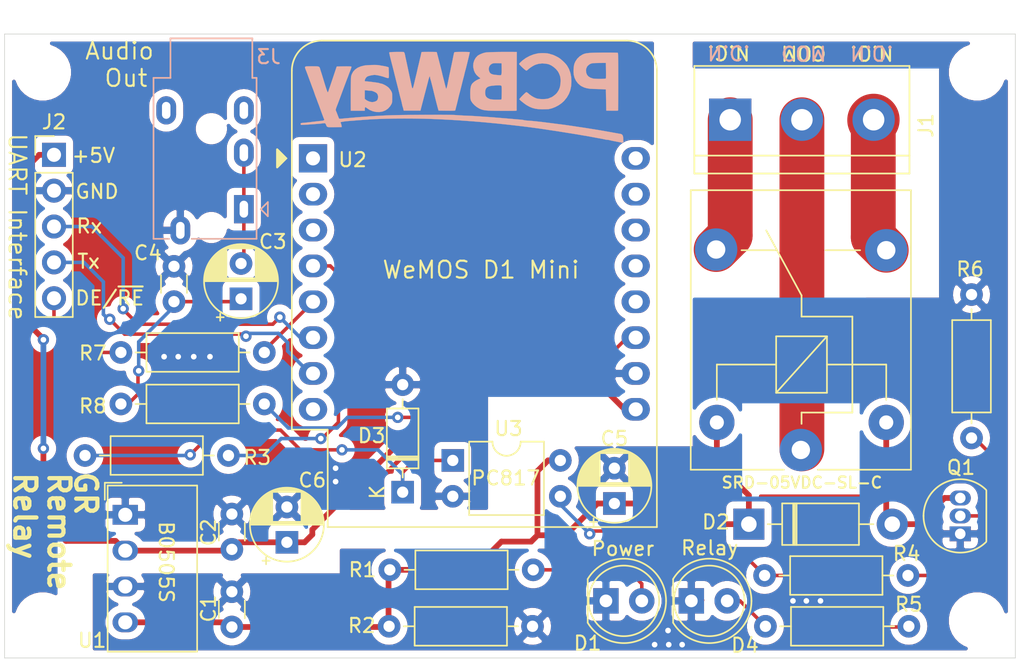
<source format=kicad_pcb>
(kicad_pcb (version 20171130) (host pcbnew "(5.1.2-1)-1")
  (layers (0 F.Cu signal) (31 B.Cu signal) (34 B.Paste user hide) (35 F.Paste user hide) (36 B.SilkS user) (37 F.SilkS user) (38 B.Mask user) (39 F.Mask user) (44 Edge.Cuts user))
  (net 0 "")
  (net 1 GNDREF)
  (net 2 "Net-(D1-Pad2)")
  (net 3 "Net-(D4-Pad2)")
  (net 4 +5VD)
  (net 5 GND)
  (net 6 +5V)
  (net 7 "Net-(D3-Pad1)")
  (net 8 "Net-(J1-Pad1)")
  (net 9 "Net-(J1-Pad2)")
  (net 10 "Net-(U2-Pad1)")
  (net 11 "Net-(U2-Pad13)")
  (net 12 "Net-(Q1-Pad2)")
  (net 13 "Net-(C3-Pad1)")
  (net 14 "Net-(D2-Pad2)")
  (net 15 "Net-(J1-Pad3)")
  (net 16 +3V3)
  (net 17 /TxD)
  (net 18 /RxD)
  (net 19 "Net-(J2-Pad5)")
  (net 20 "Net-(J3-PadR2)")
  (net 21 /Relay_Ctrl)
  (net 22 /Relay)
  (net 23 /DE_~RE)
  (net 24 /Audio_Out)
  (net 25 "Net-(U2-Pad2)")
  (net 26 "Net-(U2-Pad3)")
  (net 27 "Net-(U2-Pad12)")
  (net 28 "Net-(U2-Pad14)")
  (net 29 "Net-(U2-Pad15)")
  (net 30 "Net-(U2-Pad16)")
  (net 31 "Net-(C3-Pad2)")
  (module "_Custom_Footprints:pcb way logo" (layer B.Cu) (at 92.4 39.7 180)
    (fp_text reference G*** hide)
    (fp_text value LOGO hide)
  )
  (module Capacitor_THT:C_Disc_D3.0mm_W1.6mm_P2.50mm (layer F.Cu) (at 76.1 71.05 90)
    (fp_text reference C2 (at 1.2 -1.65 90) (layer F.SilkS))
    (fp_text value 100nF)
    (pad 2 thru_hole circle (at 2.5 0 90) (size 1.6 1.6) (drill 0.8) (layers *.Cu *.Mask) (net 1 GNDREF))
    (pad 1 thru_hole circle (at 0 0 90) (size 1.6 1.6) (drill 0.8) (layers *.Cu *.Mask) (net 4 +5VD))
  )
  (module Capacitor_THT:C_Disc_D3.0mm_W1.6mm_P2.50mm (layer F.Cu) (at 76.1 76.55 90)
    (fp_text reference C1 (at 1.3 -1.65 270) (layer F.SilkS))
    (fp_text value 100nF)
    (pad 2 thru_hole circle (at 2.5 0 90) (size 1.6 1.6) (drill 0.8) (layers *.Cu *.Mask) (net 5 GND))
    (pad 1 thru_hole circle (at 0 0 90) (size 1.6 1.6) (drill 0.8) (layers *.Cu *.Mask) (net 6 +5V))
  )
  (module Diode_THT:D_DO-35_SOD27_P7.62mm_Horizontal (layer F.Cu) (at 88.2 67 90)
    (fp_text reference D3 (at 4 -2.2) (layer F.SilkS))
    (fp_text value 1N4148)
    (fp_text user K (at 0 -1.8 90) (layer F.SilkS))
    (pad 2 thru_hole oval (at 7.62 0 90) (size 1.6 1.6) (drill 0.8) (layers *.Cu *.Mask) (net 1 GNDREF))
    (pad 1 thru_hole rect (at 0 0 90) (size 1.6 1.6) (drill 0.8) (layers *.Cu *.Mask) (net 7 "Net-(D3-Pad1)"))
  )
  (module Converter_DCDC:Converter_DCDC_muRata_CRE1xxxxxx3C_THT (layer F.Cu) (at 68.55 68.6)
    (fp_text reference U1 (at -2.35 8.9) (layer F.SilkS))
    (fp_text value B0505S)
    (pad 4 thru_hole oval (at 0 7.62 270) (size 1.4 1.8) (drill 1) (layers *.Cu *.Mask) (net 6 +5V))
    (pad 3 thru_hole oval (at 0 5.08 270) (size 1.4 1.8) (drill 1) (layers *.Cu *.Mask) (net 5 GND))
    (pad 2 thru_hole oval (at 0 2.54 270) (size 1.4 1.8) (drill 1) (layers *.Cu *.Mask) (net 4 +5VD))
    (pad 1 thru_hole rect (at 0 0 270) (size 1.4 1.8) (drill 1) (layers *.Cu *.Mask) (net 1 GNDREF))
  )
  (module Package_DIP:DIP-4_W7.62mm (layer F.Cu) (at 91.75 64.75)
    (fp_text reference U3 (at 3.95 -2.25) (layer F.SilkS))
    (fp_text value PC817)
    (pad 1 thru_hole rect (at 0 0) (size 1.6 1.6) (drill 0.8) (layers *.Cu *.Mask) (net 7 "Net-(D3-Pad1)"))
    (pad 3 thru_hole oval (at 7.62 2.54) (size 1.6 1.6) (drill 0.8) (layers *.Cu *.Mask) (net 22 /Relay))
    (pad 2 thru_hole oval (at 0 2.54) (size 1.6 1.6) (drill 0.8) (layers *.Cu *.Mask) (net 1 GNDREF))
    (pad 4 thru_hole oval (at 7.62 0) (size 1.6 1.6) (drill 0.8) (layers *.Cu *.Mask) (net 6 +5V))
  )
  (module Relay_THT:Relay_SPDT_SANYOU_SRD_Series_Form_C (layer F.Cu) (at 116.4082 64.008 90)
    (fp_text reference K1 hide)
    (fp_text value SRD-05VDC-SL-C)
    (pad 2 thru_hole circle (at 1.95 6.05 180) (size 2.5 2.5) (drill 1) (layers *.Cu *.Mask) (net 14 "Net-(D2-Pad2)"))
    (pad 3 thru_hole circle (at 14.15 6.05 180) (size 3 3) (drill 1.3) (layers *.Cu *.Mask) (net 15 "Net-(J1-Pad3)"))
    (pad 4 thru_hole circle (at 14.2 -6 180) (size 3 3) (drill 1.3) (layers *.Cu *.Mask) (net 8 "Net-(J1-Pad1)"))
    (pad 5 thru_hole circle (at 1.95 -5.95 180) (size 2.5 2.5) (drill 1) (layers *.Cu *.Mask) (net 6 +5V))
    (pad 1 thru_hole circle (at 0 0 180) (size 3 3) (drill 1.3) (layers *.Cu *.Mask) (net 9 "Net-(J1-Pad2)"))
  )
  (module Diode_THT:D_DO-41_SOD81_P10.16mm_Horizontal (layer F.Cu) (at 112.7252 69.2658)
    (fp_text reference D2 (at -2.3368 -0.1524 180) (layer F.SilkS))
    (fp_text value 1N4001)
    (pad 1 thru_hole rect (at 0 0) (size 2.2 2.2) (drill 1.1) (layers *.Cu *.Mask) (net 6 +5V))
    (pad 2 thru_hole oval (at 10.16 0) (size 2.2 2.2) (drill 1.1) (layers *.Cu *.Mask) (net 14 "Net-(D2-Pad2)"))
  )
  (module TerminalBlock:TerminalBlock_bornier-3_P5.08mm (layer F.Cu) (at 111.4044 40.6146)
    (fp_text reference J1 (at 13.8684 0.4064 90) (layer F.SilkS))
    (fp_text value Screw_Terminal_01x03)
    (pad 1 thru_hole rect (at 0 0) (size 3 3) (drill 1.52) (layers *.Cu *.Mask) (net 8 "Net-(J1-Pad1)"))
    (pad 2 thru_hole circle (at 5.08 0) (size 3 3) (drill 1.52) (layers *.Cu *.Mask) (net 9 "Net-(J1-Pad2)"))
    (pad 3 thru_hole circle (at 10.16 0) (size 3 3) (drill 1.52) (layers *.Cu *.Mask) (net 15 "Net-(J1-Pad3)"))
  )
  (module Package_TO_SOT_THT:TO-92_Inline (layer F.Cu) (at 127.7 69.95 90)
    (fp_text reference Q1 (at 4.7 0.05 180) (layer F.SilkS))
    (fp_text value 2N3904)
    (pad 2 thru_hole oval (at 1.27 0 90) (size 1.05 1.5) (drill 0.75) (layers *.Cu *.Mask) (net 12 "Net-(Q1-Pad2)"))
    (pad 3 thru_hole oval (at 2.54 0 90) (size 1.05 1.5) (drill 0.75) (layers *.Cu *.Mask) (net 14 "Net-(D2-Pad2)"))
    (pad 1 thru_hole rect (at 0 0 90) (size 1.05 1.5) (drill 0.75) (layers *.Cu *.Mask) (net 5 GND))
  )
  (module Capacitor_THT:C_Disc_D3.0mm_W1.6mm_P2.50mm (layer F.Cu) (at 72 53.5 90)
    (fp_text reference C4 (at 3.45 -1.85 180) (layer F.SilkS))
    (fp_text value 10nF)
    (pad 2 thru_hole circle (at 2.5 0 90) (size 1.6 1.6) (drill 0.8) (layers *.Cu *.Mask) (net 1 GNDREF))
    (pad 1 thru_hole circle (at 0 0 90) (size 1.6 1.6) (drill 0.8) (layers *.Cu *.Mask) (net 13 "Net-(C3-Pad1)"))
  )
  (module Capacitor_THT:CP_Radial_D5.0mm_P2.50mm (layer F.Cu) (at 76.75 53.3 90)
    (fp_text reference C3 (at 4.05 2.25 180) (layer F.SilkS))
    (fp_text value 10uF)
    (pad 1 thru_hole rect (at 0 0 90) (size 1.6 1.6) (drill 0.8) (layers *.Cu *.Mask) (net 13 "Net-(C3-Pad1)"))
    (pad 2 thru_hole circle (at 2.5 0 90) (size 1.6 1.6) (drill 0.8) (layers *.Cu *.Mask) (net 31 "Net-(C3-Pad2)"))
  )
  (module LED_THT:LED_D5.0mm (layer F.Cu) (at 102.6 74.7)
    (fp_text reference D1 (at -1.3 3) (layer F.SilkS))
    (fp_text value LED_Small_ALT)
    (pad 1 thru_hole rect (at 0 0) (size 1.8 1.8) (drill 0.9) (layers *.Cu *.Mask) (net 5 GND))
    (pad 2 thru_hole circle (at 2.54 0) (size 1.8 1.8) (drill 0.9) (layers *.Cu *.Mask) (net 2 "Net-(D1-Pad2)"))
  )
  (module LED_THT:LED_D5.0mm (layer F.Cu) (at 108.65 74.7)
    (fp_text reference D4 (at 3.8 3.15) (layer F.SilkS))
    (fp_text value LED_Small_ALT)
    (pad 2 thru_hole circle (at 2.54 0) (size 1.8 1.8) (drill 0.9) (layers *.Cu *.Mask) (net 3 "Net-(D4-Pad2)"))
    (pad 1 thru_hole rect (at 0 0) (size 1.8 1.8) (drill 0.9) (layers *.Cu *.Mask) (net 5 GND))
  )
  (module Connector_PinHeader_2.54mm:PinHeader_1x05_P2.54mm_Vertical (layer F.Cu) (at 63.5 43.1)
    (fp_text reference J2 (at 0 -2.33) (layer F.SilkS))
    (fp_text value Conn_01x05)
    (pad 1 thru_hole rect (at 0 0) (size 1.7 1.7) (drill 1) (layers *.Cu *.Mask) (net 4 +5VD))
    (pad 2 thru_hole oval (at 0 2.54) (size 1.7 1.7) (drill 1) (layers *.Cu *.Mask) (net 1 GNDREF))
    (pad 3 thru_hole oval (at 0 5.08) (size 1.7 1.7) (drill 1) (layers *.Cu *.Mask) (net 18 /RxD))
    (pad 4 thru_hole oval (at 0 7.62) (size 1.7 1.7) (drill 1) (layers *.Cu *.Mask) (net 17 /TxD))
    (pad 5 thru_hole oval (at 0 10.16) (size 1.7 1.7) (drill 1) (layers *.Cu *.Mask) (net 19 "Net-(J2-Pad5)"))
  )
  (module Connector_Audio:Jack_3.5mm_PJ320E_Horizontal (layer B.Cu) (at 76.95 46.95 180)
    (fp_text reference J3 (at -1.75 10.8) (layer B.SilkS) (effects (justify mirror)))
    (fp_text value "3.5mm Jack PJ320E")
    (pad "" thru_hole oval (at 5.5 7 270) (size 2 1.4) (drill oval 1.2 0.6) (layers *.Cu *.Mask))
    (pad S thru_hole oval (at 4.5 -1.5 270) (size 2 1.4) (drill oval 1.2 0.6) (layers *.Cu *.Mask) (net 1 GNDREF))
    (pad T thru_hole rect (at 0 0 270) (size 2 1.4) (drill oval 1.2 0.6) (layers *.Cu *.Mask) (net 31 "Net-(C3-Pad2)"))
    (pad R1 thru_hole oval (at 0 4 270) (size 2 1.4) (drill oval 1.2 0.6) (layers *.Cu *.Mask) (net 31 "Net-(C3-Pad2)"))
    (pad R2 thru_hole oval (at 0 7 270) (size 2 1.4) (drill oval 1.2 0.6) (layers *.Cu *.Mask) (net 20 "Net-(J3-PadR2)"))
    (pad "" np_thru_hole circle (at 2.3 5.7 270) (size 1.2 1.2) (drill 1.2) (layers *.Cu *.Mask))
    (pad "" np_thru_hole circle (at 2.3 -1.3 270) (size 1.2 1.2) (drill 1.2) (layers *.Cu *.Mask))
  )
  (module MountingHole:MountingHole_3mm (layer F.Cu) (at 63.1 37.3)
    (fp_text reference MH1 hide)
    (fp_text value MountingHole)
    (pad "" np_thru_hole circle (at -0.4 -0.05) (size 3 3) (drill 3) (layers *.Cu *.Mask))
  )
  (module MountingHole:MountingHole_3mm (layer F.Cu) (at 62.95 74.7)
    (fp_text reference MH2 hide)
    (fp_text value MountingHole)
    (pad "" np_thru_hole circle (at -0.25 1.3984) (size 3 3) (drill 3) (layers *.Cu *.Mask))
  )
  (module MountingHole:MountingHole_3mm (layer F.Cu) (at 128.9 37.25)
    (fp_text reference MH3 hide)
    (fp_text value MountingHole)
    (pad 1 np_thru_hole circle (at 0 0) (size 3 3) (drill 3) (layers *.Cu *.Mask))
  )
  (module MountingHole:MountingHole_3mm (layer F.Cu) (at 128.95 75.55)
    (fp_text reference MH4 hide)
    (fp_text value MountingHole)
    (pad "" np_thru_hole circle (at -0.05 0.5484) (size 2.999999 2.999999) (drill 2.999999) (layers *.Cu *.Mask))
  )
  (module Module:WEMOS_D1_mini_light (layer F.Cu) (at 81.85 43.35)
    (fp_text reference U2 (at 2.8 0.1) (layer F.SilkS))
    (fp_text value WeMos_D1_mini)
    (pad 2 thru_hole oval (at 0 2.54) (size 2 1.6) (drill 1) (layers *.Cu *.Mask) (net 25 "Net-(U2-Pad2)"))
    (pad 1 thru_hole rect (at 0 0) (size 2 2) (drill 1) (layers *.Cu *.Mask) (net 10 "Net-(U2-Pad1)"))
    (pad 3 thru_hole oval (at 0 5.08) (size 2 1.6) (drill 1) (layers *.Cu *.Mask) (net 26 "Net-(U2-Pad3)"))
    (pad 4 thru_hole oval (at 0 7.62) (size 2 1.6) (drill 1) (layers *.Cu *.Mask) (net 21 /Relay_Ctrl))
    (pad 5 thru_hole oval (at 0 10.16) (size 2 1.6) (drill 1) (layers *.Cu *.Mask) (net 23 /DE_~RE))
    (pad 6 thru_hole oval (at 0 12.7) (size 2 1.6) (drill 1) (layers *.Cu *.Mask) (net 18 /RxD))
    (pad 7 thru_hole oval (at 0 15.24) (size 2 1.6) (drill 1) (layers *.Cu *.Mask) (net 17 /TxD))
    (pad 8 thru_hole oval (at 0 17.78) (size 2 1.6) (drill 1) (layers *.Cu *.Mask) (net 16 +3V3))
    (pad 9 thru_hole oval (at 22.86 17.78) (size 2 1.6) (drill 1) (layers *.Cu *.Mask) (net 4 +5VD))
    (pad 10 thru_hole oval (at 22.86 15.24) (size 2 1.6) (drill 1) (layers *.Cu *.Mask) (net 1 GNDREF))
    (pad 11 thru_hole oval (at 22.86 12.7) (size 2 1.6) (drill 1) (layers *.Cu *.Mask) (net 24 /Audio_Out))
    (pad 12 thru_hole oval (at 22.86 10.16) (size 2 1.6) (drill 1) (layers *.Cu *.Mask) (net 27 "Net-(U2-Pad12)"))
    (pad 13 thru_hole oval (at 22.86 7.62) (size 2 1.6) (drill 1) (layers *.Cu *.Mask) (net 11 "Net-(U2-Pad13)"))
    (pad 14 thru_hole oval (at 22.86 5.08) (size 2 1.6) (drill 1) (layers *.Cu *.Mask) (net 28 "Net-(U2-Pad14)"))
    (pad 15 thru_hole oval (at 22.86 2.54) (size 2 1.6) (drill 1) (layers *.Cu *.Mask) (net 29 "Net-(U2-Pad15)"))
    (pad 16 thru_hole oval (at 22.86 0) (size 2 1.6) (drill 1) (layers *.Cu *.Mask) (net 30 "Net-(U2-Pad16)"))
  )
  (module Capacitor_THT:CP_Radial_D5.0mm_P2.50mm (layer F.Cu) (at 103.2 67.8 90)
    (fp_text reference C5 (at 4.6 0 180) (layer F.SilkS))
    (fp_text value 10uF)
    (pad 2 thru_hole circle (at 2.5 0 90) (size 1.6 1.6) (drill 0.8) (layers *.Cu *.Mask) (net 5 GND))
    (pad 1 thru_hole rect (at 0 0 90) (size 1.6 1.6) (drill 0.8) (layers *.Cu *.Mask) (net 6 +5V))
  )
  (module Capacitor_THT:CP_Radial_D5.0mm_P2.50mm (layer F.Cu) (at 80 70.55 90)
    (fp_text reference C6 (at 4.4 1.8 180) (layer F.SilkS))
    (fp_text value 10uF)
    (pad 1 thru_hole rect (at 0 0 90) (size 1.6 1.6) (drill 0.8) (layers *.Cu *.Mask) (net 4 +5VD))
    (pad 2 thru_hole circle (at 2.5 0 90) (size 1.6 1.6) (drill 0.8) (layers *.Cu *.Mask) (net 1 GNDREF))
  )
  (module Resistor_THT:R_Axial_DIN0207_L6.3mm_D2.5mm_P10.16mm_Horizontal (layer F.Cu) (at 97.45 72.5 180)
    (fp_text reference R1 (at 12.1 0) (layer F.SilkS))
    (fp_text value 1K)
    (pad 1 thru_hole circle (at 0 0 180) (size 1.6 1.6) (drill 0.8) (layers *.Cu *.Mask) (net 2 "Net-(D1-Pad2)"))
    (pad 2 thru_hole oval (at 10.16 0 180) (size 1.6 1.6) (drill 0.8) (layers *.Cu *.Mask) (net 6 +5V))
  )
  (module Resistor_THT:R_Axial_DIN0207_L6.3mm_D2.5mm_P10.16mm_Horizontal (layer F.Cu) (at 97.4 76.5 180)
    (fp_text reference R2 (at 12.1 0.05) (layer F.SilkS))
    (fp_text value 1K)
    (pad 1 thru_hole circle (at 0 0 180) (size 1.6 1.6) (drill 0.8) (layers *.Cu *.Mask) (net 5 GND))
    (pad 2 thru_hole oval (at 10.16 0 180) (size 1.6 1.6) (drill 0.8) (layers *.Cu *.Mask) (net 6 +5V))
  )
  (module Resistor_THT:R_Axial_DIN0207_L6.3mm_D2.5mm_P10.16mm_Horizontal (layer F.Cu) (at 65.7 64.4)
    (fp_text reference R3 (at 12.2 0.15 180) (layer F.SilkS))
    (fp_text value 470r)
    (pad 2 thru_hole oval (at 10.16 0) (size 1.6 1.6) (drill 0.8) (layers *.Cu *.Mask) (net 21 /Relay_Ctrl))
    (pad 1 thru_hole circle (at 0 0) (size 1.6 1.6) (drill 0.8) (layers *.Cu *.Mask) (net 7 "Net-(D3-Pad1)"))
  )
  (module Resistor_THT:R_Axial_DIN0207_L6.3mm_D2.5mm_P10.16mm_Horizontal (layer F.Cu) (at 124 72.9 180)
    (fp_text reference R4 (at 0.1 1.55) (layer F.SilkS))
    (fp_text value 1K)
    (pad 1 thru_hole circle (at 0 0 180) (size 1.6 1.6) (drill 0.8) (layers *.Cu *.Mask) (net 12 "Net-(Q1-Pad2)"))
    (pad 2 thru_hole oval (at 10.16 0 180) (size 1.6 1.6) (drill 0.8) (layers *.Cu *.Mask) (net 22 /Relay))
  )
  (module Resistor_THT:R_Axial_DIN0207_L6.3mm_D2.5mm_P10.16mm_Horizontal (layer F.Cu) (at 113.9 76.5)
    (fp_text reference R5 (at 10.15 -1.55) (layer F.SilkS))
    (fp_text value 1K)
    (pad 2 thru_hole oval (at 10.16 0) (size 1.6 1.6) (drill 0.8) (layers *.Cu *.Mask) (net 22 /Relay))
    (pad 1 thru_hole circle (at 0 0) (size 1.6 1.6) (drill 0.8) (layers *.Cu *.Mask) (net 3 "Net-(D4-Pad2)"))
  )
  (module Resistor_THT:R_Axial_DIN0207_L6.3mm_D2.5mm_P10.16mm_Horizontal (layer F.Cu) (at 128.5 53 270)
    (fp_text reference R6 (at -1.8 0.1 180) (layer F.SilkS))
    (fp_text value 100K)
    (pad 2 thru_hole oval (at 10.16 0 270) (size 1.6 1.6) (drill 0.8) (layers *.Cu *.Mask) (net 12 "Net-(Q1-Pad2)"))
    (pad 1 thru_hole circle (at 0 0 270) (size 1.6 1.6) (drill 0.8) (layers *.Cu *.Mask) (net 5 GND))
  )
  (module Resistor_THT:R_Axial_DIN0207_L6.3mm_D2.5mm_P10.16mm_Horizontal (layer F.Cu) (at 78.4 57.1 180)
    (fp_text reference R7 (at 12.15 -0.05) (layer F.SilkS))
    (fp_text value 1K)
    (pad 1 thru_hole circle (at 0 0 180) (size 1.6 1.6) (drill 0.8) (layers *.Cu *.Mask) (net 23 /DE_~RE))
    (pad 2 thru_hole oval (at 10.16 0 180) (size 1.6 1.6) (drill 0.8) (layers *.Cu *.Mask) (net 19 "Net-(J2-Pad5)"))
  )
  (module Resistor_THT:R_Axial_DIN0207_L6.3mm_D2.5mm_P10.16mm_Horizontal (layer F.Cu) (at 78.4 60.75 180)
    (fp_text reference R8 (at 12.15 -0.15) (layer F.SilkS))
    (fp_text value 1K)
    (pad 2 thru_hole oval (at 10.16 0 180) (size 1.6 1.6) (drill 0.8) (layers *.Cu *.Mask) (net 13 "Net-(C3-Pad1)"))
    (pad 1 thru_hole circle (at 0 0 180) (size 1.6 1.6) (drill 0.8) (layers *.Cu *.Mask) (net 24 /Audio_Out))
  )
  (gr_text GR (at 65.75 65.4 270) (layer F.SilkS) (effects (font (size 1.5 1.5) (thickness 0.3)) (justify left)))
  (gr_text N.C. (at 111.3028 35.8648 180) (layer B.SilkS) (effects (font (size 1 1)) (justify mirror)))
  (gr_text COM (at 116.6114 35.8902 180) (layer B.SilkS) (effects (font (size 1 1)) (justify mirror)))
  (gr_text N.O. (at 121.4374 35.8902 180) (layer B.SilkS) (effects (font (size 1 1)) (justify mirror)))
  (gr_text "UART Interface" (at 60.9 48.2 270) (layer F.SilkS) (effects (font (size 1.2 1.2))))
  (gr_text DE/~RE (at 67.45 53.25) (layer F.SilkS) (effects (font (size 1 1))))
  (gr_text Rx (at 66 48.15) (layer F.SilkS) (effects (font (size 1 1))))
  (gr_text Tx (at 65.95 50.65) (layer F.SilkS) (effects (font (size 1 1))))
  (gr_text "WeMOS D1 Mini" (at 93.75 51.25) (layer F.SilkS) (effects (font (size 1.2 1.2))))
  (gr_text Relay (at 109.95 70.95) (layer F.SilkS) (effects (font (size 1 1))))
  (gr_text "Audio \nOut" (at 68.6 36.7) (layer F.SilkS) (effects (font (size 1.2 1.2))))
  (gr_text GND (at 66.55 45.7) (layer F.SilkS) (effects (font (size 1 1))))
  (gr_text N.C. (at 111.3028 35.8648 180) (layer F.SilkS) (effects (font (size 1 1))))
  (gr_text N.O. (at 121.4374 35.8902 180) (layer F.SilkS) (effects (font (size 1 1))))
  (gr_text COM (at 116.6114 35.8902 180) (layer F.SilkS) (effects (font (size 1 1))))
  (gr_text SRD-05VDC-SL-C (at 116.4844 66.3194) (layer F.SilkS) (effects (font (size 0.8 0.8))))
  (gr_text Power (at 103.8 71) (layer F.SilkS) (effects (font (size 1 1))))
  (gr_text PC817 (at 95.5 66) (layer F.SilkS) (effects (font (size 1 1))))
  (gr_text B0505S (at 71.45 71.95 270) (layer F.SilkS) (effects (font (size 1 1))))
  (gr_text +5V (at 66.3 43.15) (layer F.SilkS) (effects (font (size 1 1))))
  (gr_text "\nRemote\nRelay" (at 63.85 65.45 270) (layer F.SilkS) (effects (font (size 1.5 1.5) (thickness 0.3)) (justify left)))
  (gr_line (start 60 78.74) (end 131.604 78.74) (layer Edge.Cuts) (width 0.05))
  (gr_line (start 60 34.544) (end 60 78.74) (layer Edge.Cuts) (width 0.05))
  (gr_line (start 131.604 34.544) (end 60 34.544) (layer Edge.Cuts) (width 0.05))
  (gr_line (start 131.604 78.74) (end 131.604 34.544) (layer Edge.Cuts) (width 0.05))
  (via (at 83.45 65.3) (size 0.8) (drill 0.4) (layers F.Cu B.Cu) (net 1))
  (via (at 83.45 66.25) (size 0.8) (drill 0.4) (layers F.Cu B.Cu) (net 1))
  (via (at 71.3 57.4) (size 0.8) (drill 0.4) (layers F.Cu B.Cu) (net 1))
  (via (at 72.3 57.4) (size 0.8) (drill 0.4) (layers F.Cu B.Cu) (net 1))
  (via (at 73.4 57.4) (size 0.8) (drill 0.4) (layers F.Cu B.Cu) (net 1))
  (via (at 74.55 57.4) (size 0.8) (drill 0.4) (layers F.Cu B.Cu) (net 1))
  (segment (start 97.45 72.5) (end 104.15 72.5) (width 0.25) (layer F.Cu) (net 2))
  (segment (start 105.14 73.49) (end 105.14 74.7) (width 0.25) (layer F.Cu) (net 2))
  (segment (start 104.15 72.5) (end 105.14 73.49) (width 0.25) (layer F.Cu) (net 2))
  (segment (start 108.49 74.65) (end 109.45 74.65) (width 0.25) (layer F.Cu) (net 5))
  (segment (start 113.85 76.55) (end 113.9 76.5) (width 0.25) (layer F.Cu) (net 3))
  (segment (start 112.1 74.7) (end 113.9 76.5) (width 0.25) (layer F.Cu) (net 3))
  (segment (start 111.19 74.7) (end 112.1 74.7) (width 0.25) (layer F.Cu) (net 3))
  (segment (start 76.01 71.14) (end 76.1 71.05) (width 0.4064) (layer F.Cu) (net 4))
  (segment (start 68.55 71.14) (end 76.01 71.14) (width 0.4064) (layer F.Cu) (net 4))
  (segment (start 76.6 70.55) (end 76.1 71.05) (width 0.4064) (layer F.Cu) (net 4))
  (segment (start 80 70.55) (end 76.6 70.55) (width 0.4064) (layer F.Cu) (net 4))
  (segment (start 81.25 70.55) (end 80 70.55) (width 0.4064) (layer F.Cu) (net 4))
  (segment (start 81.8 70) (end 81.25 70.55) (width 0.4064) (layer F.Cu) (net 4))
  (segment (start 81.8 69.65) (end 81.8 70) (width 0.4064) (layer F.Cu) (net 4))
  (segment (start 88.85 62.6) (end 81.8 69.65) (width 0.4064) (layer F.Cu) (net 4))
  (segment (start 89.8 62.6) (end 88.85 62.6) (width 0.4064) (layer F.Cu) (net 4))
  (segment (start 93 59.4) (end 89.8 62.6) (width 0.4064) (layer F.Cu) (net 4))
  (segment (start 102.2 59.4) (end 93 59.4) (width 0.4064) (layer F.Cu) (net 4))
  (segment (start 103.93 61.13) (end 102.2 59.4) (width 0.4064) (layer F.Cu) (net 4))
  (segment (start 104.71 61.13) (end 103.93 61.13) (width 0.4064) (layer F.Cu) (net 4))
  (segment (start 63.5 43.1) (end 62.45 43.1) (width 0.4064) (layer F.Cu) (net 4))
  (segment (start 62.45 43.1) (end 61.95 43.6) (width 0.4064) (layer F.Cu) (net 4))
  (segment (start 61.95 43.6) (end 61.95 55.35) (width 0.4064) (layer F.Cu) (net 4))
  (via (at 62.75 56.2) (size 0.8) (drill 0.4) (layers F.Cu B.Cu) (net 4))
  (segment (start 62.75 56.15) (end 62.75 56.2) (width 0.4064) (layer F.Cu) (net 4))
  (segment (start 61.95 55.35) (end 62.75 56.15) (width 0.4064) (layer F.Cu) (net 4))
  (segment (start 62.75 56.2) (end 62.75 63.9) (width 0.4064) (layer B.Cu) (net 4))
  (via (at 62.75 63.9) (size 0.8) (drill 0.4) (layers F.Cu B.Cu) (net 4))
  (segment (start 64.35 70.45) (end 62.75 68.85) (width 0.4064) (layer F.Cu) (net 4))
  (segment (start 67.86 70.45) (end 64.35 70.45) (width 0.4064) (layer F.Cu) (net 4))
  (segment (start 62.75 68.85) (end 62.75 63.9) (width 0.4064) (layer F.Cu) (net 4))
  (segment (start 68.55 71.14) (end 67.86 70.45) (width 0.4064) (layer F.Cu) (net 4))
  (via (at 115.85 74.7) (size 0.8) (drill 0.4) (layers F.Cu B.Cu) (net 5))
  (via (at 116.8 74.7) (size 0.8) (drill 0.4) (layers F.Cu B.Cu) (net 5))
  (via (at 117.8 74.7) (size 0.8) (drill 0.4) (layers F.Cu B.Cu) (net 5))
  (via (at 107.05 77.8) (size 0.8) (drill 0.4) (layers F.Cu B.Cu) (net 5))
  (via (at 108 77.8) (size 0.8) (drill 0.4) (layers F.Cu B.Cu) (net 5))
  (via (at 106.05 77.8) (size 0.8) (drill 0.4) (layers F.Cu B.Cu) (net 5))
  (via (at 107 76.8) (size 0.8) (drill 0.4) (layers F.Cu B.Cu) (net 5))
  (segment (start 75.77 76.22) (end 76.1 76.55) (width 0.4064) (layer F.Cu) (net 6))
  (segment (start 68.55 76.22) (end 75.77 76.22) (width 0.4064) (layer F.Cu) (net 6))
  (segment (start 110.4582 62.058) (end 110.4582 64.9582) (width 0.4064) (layer F.Cu) (net 6))
  (segment (start 112.7252 67.2252) (end 112.7252 69.2658) (width 0.4064) (layer F.Cu) (net 6))
  (segment (start 110.4582 64.9582) (end 112.7252 67.2252) (width 0.4064) (layer F.Cu) (net 6))
  (segment (start 97.75 65.5) (end 97.75 70.05) (width 0.4064) (layer F.Cu) (net 6))
  (segment (start 98.5 64.75) (end 97.75 65.5) (width 0.4064) (layer F.Cu) (net 6))
  (segment (start 99.97 64.75) (end 98.5 64.75) (width 0.4064) (layer F.Cu) (net 6))
  (segment (start 97.75 70.05) (end 97.3 70.5) (width 0.4064) (layer F.Cu) (net 6))
  (segment (start 97.6 70.2) (end 97.3 70.5) (width 0.4064) (layer F.Cu) (net 6))
  (segment (start 103.2 67.8) (end 102 67.8) (width 0.4064) (layer F.Cu) (net 6))
  (segment (start 99.75 70.05) (end 97.75 70.05) (width 0.4064) (layer F.Cu) (net 6))
  (segment (start 102 67.8) (end 99.75 70.05) (width 0.4064) (layer F.Cu) (net 6))
  (segment (start 112.7252 69.2658) (end 110.0658 69.2658) (width 0.4064) (layer F.Cu) (net 6))
  (segment (start 108.6 67.8) (end 103.2 67.8) (width 0.4064) (layer F.Cu) (net 6))
  (segment (start 110.0658 69.2658) (end 108.6 67.8) (width 0.4064) (layer F.Cu) (net 6))
  (segment (start 87.19 76.55) (end 76.1 76.55) (width 0.4064) (layer F.Cu) (net 6))
  (segment (start 87.2 76.54) (end 87.19 76.55) (width 0.4064) (layer F.Cu) (net 6))
  (segment (start 87.2 72.5) (end 87.2 76.54) (width 0.4064) (layer F.Cu) (net 6))
  (segment (start 93.2 72.5) (end 87.2 72.5) (width 0.4064) (layer F.Cu) (net 6))
  (segment (start 95.2 70.5) (end 93.2 72.5) (width 0.4064) (layer F.Cu) (net 6))
  (segment (start 97.3 70.5) (end 95.2 70.5) (width 0.4064) (layer F.Cu) (net 6))
  (segment (start 91.75 64.75) (end 89.05 64.75) (width 0.25) (layer F.Cu) (net 7))
  (segment (start 88.2 65.6) (end 88.2 67) (width 0.25) (layer F.Cu) (net 7))
  (segment (start 89.05 64.75) (end 88.2 65.6) (width 0.25) (layer F.Cu) (net 7))
  (via (at 83.9 64) (size 0.8) (drill 0.4) (layers F.Cu B.Cu) (net 7))
  (segment (start 83.9 64) (end 86.45 64) (width 0.25) (layer B.Cu) (net 7))
  (segment (start 88.2 65.75) (end 88.2 67) (width 0.25) (layer B.Cu) (net 7))
  (segment (start 86.45 64) (end 88.2 65.75) (width 0.25) (layer B.Cu) (net 7))
  (segment (start 79.55 62.6) (end 80.95 64) (width 0.25) (layer F.Cu) (net 7))
  (segment (start 74.9 62.6) (end 79.55 62.6) (width 0.25) (layer F.Cu) (net 7))
  (segment (start 73.15 64.35) (end 74.9 62.6) (width 0.25) (layer F.Cu) (net 7))
  (segment (start 80.95 64) (end 83.9 64) (width 0.25) (layer F.Cu) (net 7))
  (segment (start 73.1 64.4) (end 65.7 64.4) (width 0.25) (layer B.Cu) (net 7))
  (segment (start 73.15 64.35) (end 73.1 64.4) (width 0.25) (layer B.Cu) (net 7))
  (via (at 73.15 64.35) (size 0.8) (drill 0.4) (layers F.Cu B.Cu) (net 7))
  (segment (start 111.4044 48.8118) (end 110.4082 49.808) (width 3.175) (layer F.Cu) (net 8))
  (segment (start 111.4044 40.6146) (end 111.4044 48.8118) (width 3.175) (layer F.Cu) (net 8))
  (segment (start 116.4844 40.6146) (end 116.4844 63.9318) (width 3.175) (layer F.Cu) (net 9))
  (segment (start 124 72.9) (end 129.3 72.9) (width 0.25) (layer F.Cu) (net 12))
  (segment (start 129.3 72.9) (end 129.9 72.3) (width 0.25) (layer F.Cu) (net 12))
  (segment (start 129.9 72.3) (end 129.9 69.1) (width 0.25) (layer F.Cu) (net 12))
  (segment (start 129.9 64.35) (end 129.9 69.1) (width 0.25) (layer F.Cu) (net 12))
  (segment (start 128.4 62.85) (end 129.9 64.35) (width 0.25) (layer F.Cu) (net 12))
  (segment (start 129.88 68.68) (end 127.7 68.68) (width 0.25) (layer F.Cu) (net 12))
  (segment (start 129.9 68.7) (end 129.88 68.68) (width 0.25) (layer F.Cu) (net 12))
  (segment (start 129.9 69.1) (end 129.9 68.7) (width 0.25) (layer F.Cu) (net 12))
  (segment (start 76.55 53.5) (end 76.75 53.3) (width 0.25) (layer F.Cu) (net 13))
  (segment (start 72 53.5) (end 76.55 53.5) (width 0.25) (layer F.Cu) (net 13))
  (segment (start 72 53.85) (end 72 53.5) (width 0.25) (layer B.Cu) (net 13))
  (segment (start 69.5 56.35) (end 72 53.85) (width 0.25) (layer B.Cu) (net 13))
  (segment (start 69.5 58.4) (end 69.5 56.35) (width 0.25) (layer B.Cu) (net 13))
  (via (at 69.5 58.4) (size 0.8) (drill 0.4) (layers F.Cu B.Cu) (net 13))
  (segment (start 68.75 60.75) (end 68.24 60.75) (width 0.25) (layer F.Cu) (net 13))
  (segment (start 69.45 60.05) (end 68.75 60.75) (width 0.25) (layer F.Cu) (net 13))
  (segment (start 69.45 58.45) (end 69.45 60.05) (width 0.25) (layer F.Cu) (net 13))
  (segment (start 69.5 58.4) (end 69.45 58.45) (width 0.25) (layer F.Cu) (net 13))
  (segment (start 122.4582 68.8388) (end 122.8852 69.2658) (width 0.4064) (layer F.Cu) (net 14))
  (segment (start 122.4582 62.058) (end 122.4582 68.8388) (width 0.4064) (layer F.Cu) (net 14))
  (segment (start 124.7342 69.2658) (end 122.8852 69.2658) (width 0.4064) (layer F.Cu) (net 14))
  (segment (start 126.59 67.41) (end 124.7342 69.2658) (width 0.4064) (layer F.Cu) (net 14))
  (segment (start 127.7 67.41) (end 126.59 67.41) (width 0.4064) (layer F.Cu) (net 14))
  (segment (start 121.539 48.9388) (end 122.4582 49.858) (width 3.175) (layer F.Cu) (net 15))
  (segment (start 121.539 40.64) (end 121.539 48.9388) (width 3.175) (layer F.Cu) (net 15))
  (segment (start 121.5644 40.6146) (end 121.539 40.64) (width 3.683) (layer F.Cu) (net 15))
  (segment (start 81.85 58.59) (end 81.64 58.59) (width 0.25) (layer B.Cu) (net 17))
  (segment (start 81.64 58.59) (end 80.05 57) (width 0.25) (layer B.Cu) (net 17))
  (segment (start 80.05 57) (end 80.05 56.4) (width 0.25) (layer B.Cu) (net 17))
  (segment (start 80.05 56.4) (end 79.4 55.75) (width 0.25) (layer B.Cu) (net 17))
  (via (at 77.1 55.95) (size 0.8) (drill 0.4) (layers F.Cu B.Cu) (net 17))
  (segment (start 77.3 55.75) (end 77.1 55.95) (width 0.25) (layer B.Cu) (net 17))
  (segment (start 79.4 55.75) (end 77.3 55.75) (width 0.25) (layer B.Cu) (net 17))
  (segment (start 77.1 55.95) (end 76.95 55.8) (width 0.25) (layer F.Cu) (net 17))
  (segment (start 76.95 55.8) (end 68.5 55.8) (width 0.25) (layer F.Cu) (net 17))
  (via (at 67.45 54.75) (size 0.8) (drill 0.4) (layers F.Cu B.Cu) (net 17))
  (segment (start 68.5 55.8) (end 67.45 54.75) (width 0.25) (layer F.Cu) (net 17))
  (segment (start 67.45 54.75) (end 67.35 54.75) (width 0.25) (layer B.Cu) (net 17))
  (segment (start 67.35 54.75) (end 67 54.4) (width 0.25) (layer B.Cu) (net 17))
  (segment (start 67 54.4) (end 67 52.1) (width 0.25) (layer B.Cu) (net 17))
  (segment (start 65.62 50.72) (end 63.5 50.72) (width 0.25) (layer B.Cu) (net 17))
  (segment (start 67 52.1) (end 65.62 50.72) (width 0.25) (layer B.Cu) (net 17))
  (segment (start 81.85 56.05) (end 80.95 56.05) (width 0.25) (layer B.Cu) (net 18))
  (via (at 79.5 54.6) (size 0.8) (drill 0.4) (layers F.Cu B.Cu) (net 18))
  (segment (start 80.95 56.05) (end 79.5 54.6) (width 0.25) (layer B.Cu) (net 18))
  (segment (start 68.4 54) (end 68.4 53.85) (width 0.25) (layer B.Cu) (net 18))
  (segment (start 79 55.1) (end 79.5 54.6) (width 0.25) (layer F.Cu) (net 18))
  (segment (start 69.45 55.1) (end 79 55.1) (width 0.25) (layer F.Cu) (net 18))
  (segment (start 68.4 54.05) (end 69.45 55.1) (width 0.25) (layer F.Cu) (net 18))
  (segment (start 68.4 54) (end 68.4 54.05) (width 0.25) (layer F.Cu) (net 18))
  (via (at 68.4 54) (size 0.8) (drill 0.4) (layers F.Cu B.Cu) (net 18))
  (segment (start 68.4 54) (end 68.4 50.4) (width 0.25) (layer B.Cu) (net 18))
  (segment (start 66.18 48.18) (end 63.5 48.18) (width 0.25) (layer B.Cu) (net 18))
  (segment (start 68.4 50.4) (end 66.18 48.18) (width 0.25) (layer B.Cu) (net 18))
  (segment (start 63.5 54.9) (end 65.7 57.1) (width 0.25) (layer F.Cu) (net 19))
  (segment (start 63.5 53.26) (end 63.5 54.9) (width 0.25) (layer F.Cu) (net 19))
  (segment (start 68.164999 57.1) (end 68.24 57.024999) (width 0.25) (layer F.Cu) (net 19))
  (segment (start 65.7 57.1) (end 68.164999 57.1) (width 0.25) (layer F.Cu) (net 19))
  (segment (start 81.85 50.97) (end 83.07 50.97) (width 0.25) (layer F.Cu) (net 21))
  (segment (start 83.07 50.97) (end 83.65 51.55) (width 0.25) (layer F.Cu) (net 21))
  (segment (start 83.65 51.55) (end 83.65 62.05) (width 0.25) (layer F.Cu) (net 21))
  (segment (start 82.5 63.2) (end 82.4 63.2) (width 0.25) (layer F.Cu) (net 21))
  (via (at 82.4 63.2) (size 0.8) (drill 0.4) (layers F.Cu B.Cu) (net 21))
  (segment (start 83.65 62.05) (end 82.5 63.2) (width 0.25) (layer F.Cu) (net 21))
  (segment (start 79.6 63.2) (end 78.4 64.4) (width 0.25) (layer B.Cu) (net 21))
  (segment (start 82.4 63.2) (end 79.6 63.2) (width 0.25) (layer B.Cu) (net 21))
  (segment (start 78.4 64.4) (end 75.86 64.4) (width 0.25) (layer B.Cu) (net 21))
  (via (at 101.45 69.95) (size 0.8) (drill 0.4) (layers F.Cu B.Cu) (net 22))
  (segment (start 99.37 67.87) (end 101.45 69.95) (width 0.25) (layer B.Cu) (net 22))
  (segment (start 99.37 67.29) (end 99.37 67.87) (width 0.25) (layer B.Cu) (net 22))
  (segment (start 124.01 76.55) (end 124.06 76.5) (width 0.25) (layer F.Cu) (net 22))
  (segment (start 121.5 76.55) (end 124.01 76.55) (width 0.25) (layer F.Cu) (net 22))
  (segment (start 117.85 72.9) (end 121.5 76.55) (width 0.25) (layer F.Cu) (net 22))
  (segment (start 117.85 72.9) (end 113.84 72.9) (width 0.25) (layer F.Cu) (net 22))
  (segment (start 112.89 71.95) (end 113.84 72.9) (width 0.25) (layer F.Cu) (net 22))
  (segment (start 110.35 71.95) (end 112.89 71.95) (width 0.25) (layer F.Cu) (net 22))
  (segment (start 108.15 69.75) (end 110.35 71.95) (width 0.25) (layer F.Cu) (net 22))
  (segment (start 101.65 69.75) (end 108.15 69.75) (width 0.25) (layer F.Cu) (net 22))
  (segment (start 101.45 69.95) (end 101.65 69.75) (width 0.25) (layer F.Cu) (net 22))
  (segment (start 78.4 56.96) (end 81.85 53.51) (width 0.25) (layer F.Cu) (net 23))
  (segment (start 78.4 57.1) (end 78.4 56.96) (width 0.25) (layer F.Cu) (net 23))
  (segment (start 104.71 56.05) (end 104.1 56.05) (width 0.25) (layer F.Cu) (net 24))
  (segment (start 104.1 56.05) (end 101.55 58.6) (width 0.25) (layer F.Cu) (net 24))
  (segment (start 101.55 58.6) (end 92.1 58.6) (width 0.25) (layer F.Cu) (net 24))
  (segment (start 92.1 58.6) (end 89 61.7) (width 0.25) (layer F.Cu) (net 24))
  (via (at 87.85 61.7) (size 0.8) (drill 0.4) (layers F.Cu B.Cu) (net 24))
  (segment (start 89 61.7) (end 87.85 61.7) (width 0.25) (layer F.Cu) (net 24))
  (segment (start 87.85 61.7) (end 84.3 61.7) (width 0.25) (layer B.Cu) (net 24))
  (segment (start 84.3 61.7) (end 83.55 62.45) (width 0.25) (layer B.Cu) (net 24))
  (segment (start 80.1 62.45) (end 78.4 60.75) (width 0.25) (layer B.Cu) (net 24))
  (segment (start 83.55 62.45) (end 80.1 62.45) (width 0.25) (layer B.Cu) (net 24))
  (segment (start 76.95 42.95) (end 76.95 46.95) (width 0.25) (layer F.Cu) (net 31))
  (segment (start 76.95 50.6) (end 76.75 50.8) (width 0.25) (layer F.Cu) (net 31))
  (segment (start 76.95 46.95) (end 76.95 50.6) (width 0.25) (layer F.Cu) (net 31))
  (zone (net 0) (net_name "") (layer F.Cu) (connect_pads (clearance 0.762)) (min_thickness 0.254)
    (keepout (tracks allowed) (vias allowed) (copperpour not_allowed))
    (fill (arc_segments 32) (thermal_gap 0.508) (thermal_bridge_width 0.508))
    (polygon (pts (xy 107.061 36.9824) (xy 126.2 36.9847) (xy 126.2 53.2153) (xy 107.061 53.213)))
  )
  (zone (net 0) (net_name "") (layer F.Cu) (connect_pads (clearance 0.762)) (min_thickness 0.254)
    (keepout (tracks allowed) (vias allowed) (copperpour not_allowed))
    (fill (arc_segments 32) (thermal_gap 0.508) (thermal_bridge_width 0.508))
    (polygon (pts (xy 112.25 67.1576) (xy 120.9548 67.1576) (xy 120.9548 52.4256) (xy 112.25 52.4256)))
  )
  (zone (net 0) (net_name "") (layer B.Cu) (connect_pads (clearance 0.762)) (min_thickness 0.254)
    (keepout (tracks allowed) (vias allowed) (copperpour not_allowed))
    (fill (arc_segments 32) (thermal_gap 0.508) (thermal_bridge_width 0.508))
    (polygon (pts (xy 112.25 67.31) (xy 120.5738 67.31) (xy 120.5738 60.706) (xy 112.25 60.706)))
  )
  (zone (net 5) (net_name GND) (layer F.Cu) (connect_pads (clearance 0.508)) (min_thickness 0.254) (fill yes (arc_segments 32) (thermal_gap 0.508) (thermal_bridge_width 0.508))
    (polygon (pts (xy 131.75 34.5) (xy 108.75 34.5) (xy 108.75 63.75) (xy 98.25 63.75) (xy 98.25 71) (xy 83.75 71) (xy 83.75 72.75) (xy 66.25 72.75) (xy 66.25 78.75) (xy 131.75 78.75)))
  )
  (zone (net 5) (net_name GND) (layer B.Cu) (connect_pads (clearance 0.508)) (min_thickness 0.254) (fill yes (arc_segments 32) (thermal_gap 0.508) (thermal_bridge_width 0.508))
    (polygon (pts (xy 131.75 34.5) (xy 108.75 34.5) (xy 108.75 63.75) (xy 98.25 63.75) (xy 98.25 71) (xy 83.75 71) (xy 83.75 72.75) (xy 66.25 72.75) (xy 66.25 78.75) (xy 131.75 78.75)))
  )
  (zone (net 1) (net_name GNDREF) (layer B.Cu) (connect_pads (clearance 0.508)) (min_thickness 0.254) (fill yes (arc_segments 32) (thermal_gap 0.508) (thermal_bridge_width 0.508))
    (polygon (pts (xy 106 60.25) (xy 94.25 60.25) (xy 94.25 68.25) (xy 81.5 68.25) (xy 81.5 70.5) (xy 63.75 70.5) (xy 63.75 78.75) (xy 60 78.75) (xy 60 34.5) (xy 106 34.5)))
  )
  (zone (net 1) (net_name GNDREF) (layer F.Cu) (connect_pads (clearance 0.508)) (min_thickness 0.254) (fill yes (arc_segments 32) (thermal_gap 0.508) (thermal_bridge_width 0.508))
    (polygon (pts (xy 106 60.25) (xy 94.25 60.25) (xy 94.25 68.25) (xy 81.5 68.25) (xy 81.5 70.5) (xy 63.75 70.5) (xy 63.75 78.75) (xy 60 78.75) (xy 60 34.5) (xy 106 34.5)))
  )
  (zone (net 0) (net_name "") (layer B.Cu) (connect_pads (clearance 0.762)) (min_thickness 0.254)
    (keepout (tracks allowed) (vias allowed) (copperpour not_allowed))
    (fill (arc_segments 32) (thermal_gap 0.508) (thermal_bridge_width 0.508))
    (polygon (pts (xy 107.061 36.9824) (xy 126.2 36.9847) (xy 126.2 53.2153) (xy 107.061 53.213)))
  )
)
</source>
